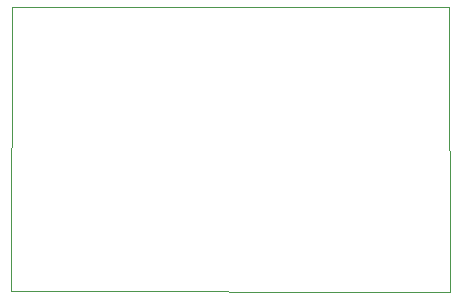
<source format=gbr>
G04 #@! TF.GenerationSoftware,KiCad,Pcbnew,(5.1.9)-1*
G04 #@! TF.CreationDate,2021-05-20T18:11:05+02:00*
G04 #@! TF.ProjectId,ZX81 Composite,5a583831-2043-46f6-9d70-6f736974652e,rev?*
G04 #@! TF.SameCoordinates,Original*
G04 #@! TF.FileFunction,Profile,NP*
%FSLAX46Y46*%
G04 Gerber Fmt 4.6, Leading zero omitted, Abs format (unit mm)*
G04 Created by KiCad (PCBNEW (5.1.9)-1) date 2021-05-20 18:11:05*
%MOMM*%
%LPD*%
G01*
G04 APERTURE LIST*
G04 #@! TA.AperFunction,Profile*
%ADD10C,0.050000*%
G04 #@! TD*
G04 APERTURE END LIST*
D10*
X91694000Y-65938400D02*
X91668600Y-41884600D01*
X54584600Y-65938400D02*
X91694000Y-65963800D01*
X91694000Y-65963800D02*
X91694000Y-65938400D01*
X91668600Y-41884600D02*
X91567000Y-41884600D01*
X54610000Y-41910000D02*
X54584600Y-65938400D01*
X54610000Y-41910000D02*
X91567000Y-41884600D01*
M02*

</source>
